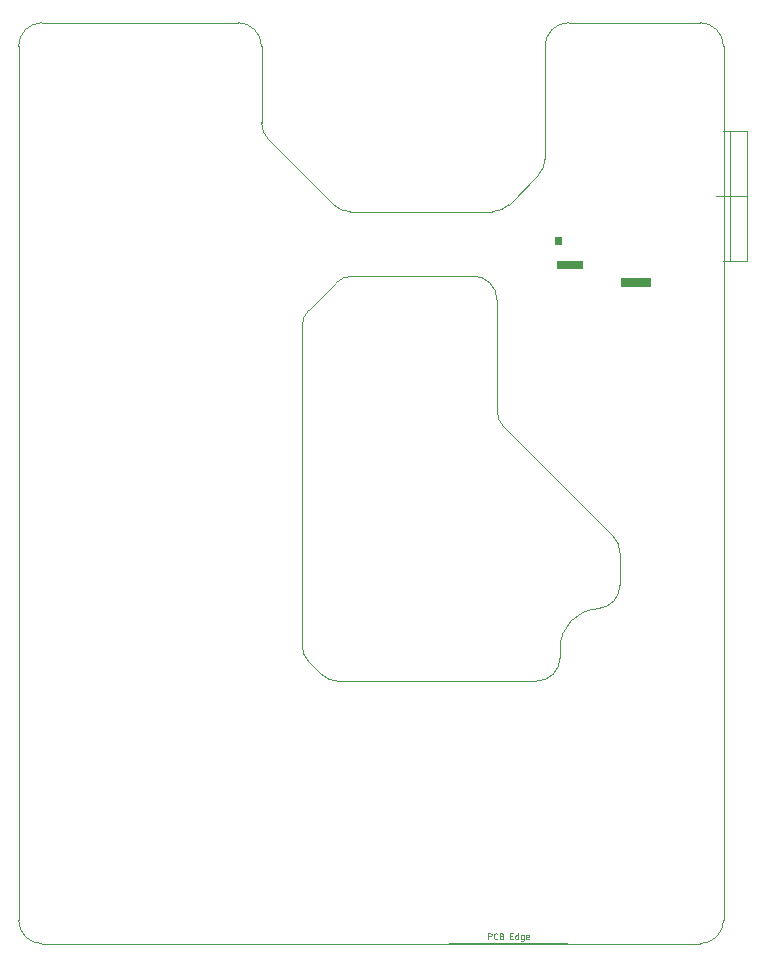
<source format=gbr>
G04 #@! TF.GenerationSoftware,KiCad,Pcbnew,9.0.3*
G04 #@! TF.CreationDate,2026-01-22T21:48:59+01:00*
G04 #@! TF.ProjectId,CM5IO,434d3549-4f2e-46b6-9963-61645f706362,rev?*
G04 #@! TF.SameCoordinates,Original*
G04 #@! TF.FileFunction,OtherDrawing,Comment*
%FSLAX46Y46*%
G04 Gerber Fmt 4.6, Leading zero omitted, Abs format (unit mm)*
G04 Created by KiCad (PCBNEW 9.0.3) date 2026-01-22 21:48:59*
%MOMM*%
%LPD*%
G01*
G04 APERTURE LIST*
%ADD10C,0.100000*%
%ADD11C,0.120000*%
%ADD12C,0.010000*%
G04 #@! TA.AperFunction,Profile*
%ADD13C,0.050000*%
G04 #@! TD*
G04 APERTURE END LIST*
D10*
X186046714Y-146119109D02*
X186046714Y-145619109D01*
X186046714Y-145619109D02*
X186237190Y-145619109D01*
X186237190Y-145619109D02*
X186284809Y-145642919D01*
X186284809Y-145642919D02*
X186308619Y-145666728D01*
X186308619Y-145666728D02*
X186332428Y-145714347D01*
X186332428Y-145714347D02*
X186332428Y-145785776D01*
X186332428Y-145785776D02*
X186308619Y-145833395D01*
X186308619Y-145833395D02*
X186284809Y-145857204D01*
X186284809Y-145857204D02*
X186237190Y-145881014D01*
X186237190Y-145881014D02*
X186046714Y-145881014D01*
X186832428Y-146071490D02*
X186808619Y-146095300D01*
X186808619Y-146095300D02*
X186737190Y-146119109D01*
X186737190Y-146119109D02*
X186689571Y-146119109D01*
X186689571Y-146119109D02*
X186618143Y-146095300D01*
X186618143Y-146095300D02*
X186570524Y-146047680D01*
X186570524Y-146047680D02*
X186546714Y-146000061D01*
X186546714Y-146000061D02*
X186522905Y-145904823D01*
X186522905Y-145904823D02*
X186522905Y-145833395D01*
X186522905Y-145833395D02*
X186546714Y-145738157D01*
X186546714Y-145738157D02*
X186570524Y-145690538D01*
X186570524Y-145690538D02*
X186618143Y-145642919D01*
X186618143Y-145642919D02*
X186689571Y-145619109D01*
X186689571Y-145619109D02*
X186737190Y-145619109D01*
X186737190Y-145619109D02*
X186808619Y-145642919D01*
X186808619Y-145642919D02*
X186832428Y-145666728D01*
X187213381Y-145857204D02*
X187284809Y-145881014D01*
X187284809Y-145881014D02*
X187308619Y-145904823D01*
X187308619Y-145904823D02*
X187332428Y-145952442D01*
X187332428Y-145952442D02*
X187332428Y-146023871D01*
X187332428Y-146023871D02*
X187308619Y-146071490D01*
X187308619Y-146071490D02*
X187284809Y-146095300D01*
X187284809Y-146095300D02*
X187237190Y-146119109D01*
X187237190Y-146119109D02*
X187046714Y-146119109D01*
X187046714Y-146119109D02*
X187046714Y-145619109D01*
X187046714Y-145619109D02*
X187213381Y-145619109D01*
X187213381Y-145619109D02*
X187261000Y-145642919D01*
X187261000Y-145642919D02*
X187284809Y-145666728D01*
X187284809Y-145666728D02*
X187308619Y-145714347D01*
X187308619Y-145714347D02*
X187308619Y-145761966D01*
X187308619Y-145761966D02*
X187284809Y-145809585D01*
X187284809Y-145809585D02*
X187261000Y-145833395D01*
X187261000Y-145833395D02*
X187213381Y-145857204D01*
X187213381Y-145857204D02*
X187046714Y-145857204D01*
X187927666Y-145857204D02*
X188094333Y-145857204D01*
X188165761Y-146119109D02*
X187927666Y-146119109D01*
X187927666Y-146119109D02*
X187927666Y-145619109D01*
X187927666Y-145619109D02*
X188165761Y-145619109D01*
X188594333Y-146119109D02*
X188594333Y-145619109D01*
X188594333Y-146095300D02*
X188546714Y-146119109D01*
X188546714Y-146119109D02*
X188451476Y-146119109D01*
X188451476Y-146119109D02*
X188403857Y-146095300D01*
X188403857Y-146095300D02*
X188380047Y-146071490D01*
X188380047Y-146071490D02*
X188356238Y-146023871D01*
X188356238Y-146023871D02*
X188356238Y-145881014D01*
X188356238Y-145881014D02*
X188380047Y-145833395D01*
X188380047Y-145833395D02*
X188403857Y-145809585D01*
X188403857Y-145809585D02*
X188451476Y-145785776D01*
X188451476Y-145785776D02*
X188546714Y-145785776D01*
X188546714Y-145785776D02*
X188594333Y-145809585D01*
X189046714Y-145785776D02*
X189046714Y-146190538D01*
X189046714Y-146190538D02*
X189022904Y-146238157D01*
X189022904Y-146238157D02*
X188999095Y-146261966D01*
X188999095Y-146261966D02*
X188951476Y-146285776D01*
X188951476Y-146285776D02*
X188880047Y-146285776D01*
X188880047Y-146285776D02*
X188832428Y-146261966D01*
X189046714Y-146095300D02*
X188999095Y-146119109D01*
X188999095Y-146119109D02*
X188903857Y-146119109D01*
X188903857Y-146119109D02*
X188856238Y-146095300D01*
X188856238Y-146095300D02*
X188832428Y-146071490D01*
X188832428Y-146071490D02*
X188808619Y-146023871D01*
X188808619Y-146023871D02*
X188808619Y-145881014D01*
X188808619Y-145881014D02*
X188832428Y-145833395D01*
X188832428Y-145833395D02*
X188856238Y-145809585D01*
X188856238Y-145809585D02*
X188903857Y-145785776D01*
X188903857Y-145785776D02*
X188999095Y-145785776D01*
X188999095Y-145785776D02*
X189046714Y-145809585D01*
X189475285Y-146095300D02*
X189427666Y-146119109D01*
X189427666Y-146119109D02*
X189332428Y-146119109D01*
X189332428Y-146119109D02*
X189284809Y-146095300D01*
X189284809Y-146095300D02*
X189261000Y-146047680D01*
X189261000Y-146047680D02*
X189261000Y-145857204D01*
X189261000Y-145857204D02*
X189284809Y-145809585D01*
X189284809Y-145809585D02*
X189332428Y-145785776D01*
X189332428Y-145785776D02*
X189427666Y-145785776D01*
X189427666Y-145785776D02*
X189475285Y-145809585D01*
X189475285Y-145809585D02*
X189499095Y-145857204D01*
X189499095Y-145857204D02*
X189499095Y-145904823D01*
X189499095Y-145904823D02*
X189261000Y-145952442D01*
X192761000Y-146468000D02*
X182761000Y-146468000D01*
D11*
X205310000Y-83188000D02*
X207940000Y-83188000D01*
X206540000Y-88688000D02*
X206540000Y-77688000D01*
X207940000Y-77688000D02*
X205960000Y-77688000D01*
X207940000Y-88688000D02*
X205890000Y-88688000D01*
X207940000Y-88688000D02*
X207940000Y-77688000D01*
D12*
X192235000Y-87240510D02*
X191679600Y-87240510D01*
X191679600Y-86688000D01*
X192235000Y-86688000D01*
X192235000Y-87240510D01*
G36*
X192235000Y-87240510D02*
G01*
X191679600Y-87240510D01*
X191679600Y-86688000D01*
X192235000Y-86688000D01*
X192235000Y-87240510D01*
G37*
X192235000Y-87243410D02*
X191673360Y-87243410D01*
X191673360Y-86688000D01*
X192235000Y-86688000D01*
X192235000Y-87243410D01*
G36*
X192235000Y-87243410D02*
G01*
X191673360Y-87243410D01*
X191673360Y-86688000D01*
X192235000Y-86688000D01*
X192235000Y-87243410D01*
G37*
X194035000Y-89256660D02*
X191880290Y-89256660D01*
X191880290Y-88703000D01*
X194035000Y-88703000D01*
X194035000Y-89256660D01*
G36*
X194035000Y-89256660D02*
G01*
X191880290Y-89256660D01*
X191880290Y-88703000D01*
X194035000Y-88703000D01*
X194035000Y-89256660D01*
G37*
X194035000Y-89263260D02*
X191871820Y-89263260D01*
X191871820Y-88703000D01*
X194035000Y-88703000D01*
X194035000Y-89263260D01*
G36*
X194035000Y-89263260D02*
G01*
X191871820Y-89263260D01*
X191871820Y-88703000D01*
X194035000Y-88703000D01*
X194035000Y-89263260D01*
G37*
X199735000Y-90854340D02*
X197333820Y-90854340D01*
X197333820Y-90148000D01*
X199735000Y-90148000D01*
X199735000Y-90854340D01*
G36*
X199735000Y-90854340D02*
G01*
X197333820Y-90854340D01*
X197333820Y-90148000D01*
X199735000Y-90148000D01*
X199735000Y-90854340D01*
G37*
X199735000Y-90859560D02*
X197332840Y-90859560D01*
X197332840Y-90148000D01*
X199735000Y-90148000D01*
X199735000Y-90859560D01*
G36*
X199735000Y-90859560D02*
G01*
X197332840Y-90859560D01*
X197332840Y-90148000D01*
X199735000Y-90148000D01*
X199735000Y-90859560D01*
G37*
D13*
X170288978Y-121225633D02*
X170289000Y-94244427D01*
X173340373Y-124277000D02*
G75*
G02*
X171926143Y-123691229I-73J1999900D01*
G01*
X164860000Y-68524000D02*
G75*
G02*
X166860000Y-70524000I0J-2000000D01*
G01*
X170289000Y-94244427D02*
G75*
G02*
X170874773Y-92830199I2000000J27D01*
G01*
X190863000Y-80046323D02*
G75*
G02*
X190277223Y-81460545I-2000100J23D01*
G01*
X174546427Y-89987000D02*
X184799000Y-89987000D01*
X197213000Y-113421427D02*
X197213000Y-116141816D01*
X205976000Y-70524000D02*
X205976000Y-144502000D01*
X174387677Y-84526000D02*
G75*
G02*
X172973455Y-83940223I23J2000100D01*
G01*
X167445787Y-78412537D02*
G75*
G02*
X166859984Y-76998323I1414213J1414237D01*
G01*
X187384787Y-102764787D02*
X196627214Y-112007214D01*
X146286000Y-70524000D02*
G75*
G02*
X148286000Y-68524000I2000000J0D01*
G01*
X187797537Y-83940213D02*
X190277214Y-81460536D01*
X192133000Y-121500001D02*
G75*
G02*
X195370953Y-118135383I3369900J-2699D01*
G01*
X146286000Y-144502000D02*
X146286000Y-70524000D01*
X148286000Y-68524000D02*
X164860000Y-68524000D01*
X148286000Y-146502000D02*
G75*
G02*
X146286000Y-144502000I0J2000000D01*
G01*
X196627214Y-112007214D02*
G75*
G02*
X197213022Y-113421427I-1414314J-1414286D01*
G01*
X197212290Y-116141816D02*
G75*
G02*
X195371779Y-118135421I-1999990J16D01*
G01*
X192133000Y-122277000D02*
G75*
G02*
X190133000Y-124277000I-2000000J0D01*
G01*
X187384787Y-102764787D02*
G75*
G02*
X186798978Y-101350573I1414313J1414287D01*
G01*
X167445787Y-78412537D02*
X172973464Y-83940214D01*
X205976000Y-144502000D02*
G75*
G02*
X203976000Y-146502000I-2000000J0D01*
G01*
X170874786Y-122639846D02*
G75*
G02*
X170288977Y-121225633I1414214J1414246D01*
G01*
X184799000Y-89987000D02*
G75*
G02*
X186799000Y-91987000I0J-2000000D01*
G01*
X166860000Y-70524000D02*
X166860000Y-76998323D01*
X190863000Y-70524000D02*
G75*
G02*
X192863000Y-68524000I2000000J0D01*
G01*
X190133000Y-124277000D02*
X173340373Y-124277000D01*
X203976000Y-68524000D02*
G75*
G02*
X205976000Y-70524000I0J-2000000D01*
G01*
X203976000Y-146502000D02*
X148286000Y-146502000D01*
X190863000Y-80046323D02*
X190863000Y-70524000D01*
X174387677Y-84526000D02*
X186383323Y-84526000D01*
X186799000Y-91987000D02*
X186799000Y-101350573D01*
X171925713Y-123691213D02*
X170874786Y-122640286D01*
X192133000Y-121500001D02*
X192133000Y-122277000D01*
X170874787Y-92830213D02*
X173132214Y-90572786D01*
X192863000Y-68524000D02*
X203976000Y-68524000D01*
X187797537Y-83940213D02*
G75*
G02*
X186383323Y-84526016I-1414237J1414213D01*
G01*
X173132214Y-90572786D02*
G75*
G02*
X174546427Y-89987019I1414186J-1414214D01*
G01*
M02*

</source>
